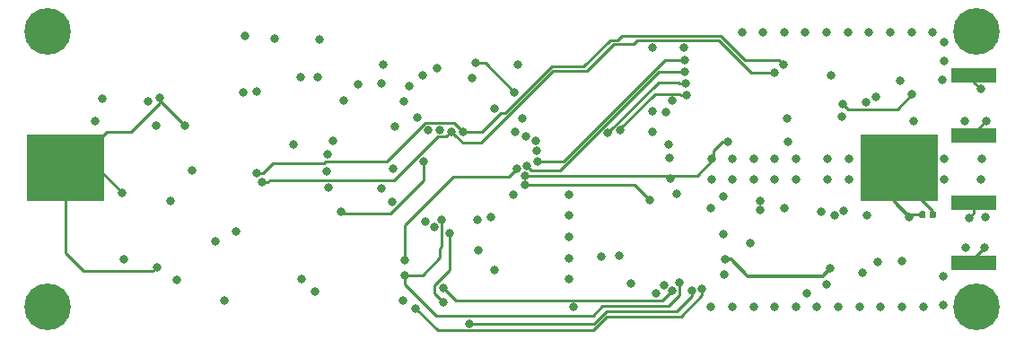
<source format=gbr>
G04 #@! TF.GenerationSoftware,KiCad,Pcbnew,(5.1.5)-3*
G04 #@! TF.CreationDate,2020-05-17T20:07:58+05:30*
G04 #@! TF.ProjectId,ArmTrax,41726d54-7261-4782-9e6b-696361645f70,rev?*
G04 #@! TF.SameCoordinates,Original*
G04 #@! TF.FileFunction,Copper,L4,Bot*
G04 #@! TF.FilePolarity,Positive*
%FSLAX46Y46*%
G04 Gerber Fmt 4.6, Leading zero omitted, Abs format (unit mm)*
G04 Created by KiCad (PCBNEW (5.1.5)-3) date 2020-05-17 20:07:58*
%MOMM*%
%LPD*%
G04 APERTURE LIST*
%ADD10R,7.340000X6.350000*%
%ADD11C,4.400000*%
%ADD12C,0.700000*%
%ADD13C,0.100000*%
%ADD14R,4.200000X1.350000*%
%ADD15C,0.800000*%
%ADD16C,0.250000*%
%ADD17C,0.300000*%
G04 APERTURE END LIST*
D10*
X143130000Y-63600000D03*
X64470000Y-63600000D03*
D11*
X150400000Y-76700000D03*
D12*
X152050000Y-76700000D03*
X151566726Y-77866726D03*
X150400000Y-78350000D03*
X149233274Y-77866726D03*
X148750000Y-76700000D03*
X149233274Y-75533274D03*
X150400000Y-75050000D03*
X151566726Y-75533274D03*
D11*
X150400000Y-50700000D03*
D12*
X152050000Y-50700000D03*
X151566726Y-51866726D03*
X150400000Y-52350000D03*
X149233274Y-51866726D03*
X148750000Y-50700000D03*
X149233274Y-49533274D03*
X150400000Y-49050000D03*
X151566726Y-49533274D03*
D11*
X62800000Y-76700000D03*
D12*
X64450000Y-76700000D03*
X63966726Y-77866726D03*
X62800000Y-78350000D03*
X61633274Y-77866726D03*
X61150000Y-76700000D03*
X61633274Y-75533274D03*
X62800000Y-75050000D03*
X63966726Y-75533274D03*
X63966726Y-49533274D03*
X62800000Y-49050000D03*
X61633274Y-49533274D03*
X61150000Y-50700000D03*
X61633274Y-51866726D03*
X62800000Y-52350000D03*
X63966726Y-51866726D03*
X64450000Y-50700000D03*
D11*
X62800000Y-50700000D03*
G04 #@! TA.AperFunction,SMDPad,CuDef*
D13*
G36*
X145491958Y-67680710D02*
G01*
X145506276Y-67682834D01*
X145520317Y-67686351D01*
X145533946Y-67691228D01*
X145547031Y-67697417D01*
X145559447Y-67704858D01*
X145571073Y-67713481D01*
X145581798Y-67723202D01*
X145591519Y-67733927D01*
X145600142Y-67745553D01*
X145607583Y-67757969D01*
X145613772Y-67771054D01*
X145618649Y-67784683D01*
X145622166Y-67798724D01*
X145624290Y-67813042D01*
X145625000Y-67827500D01*
X145625000Y-68172500D01*
X145624290Y-68186958D01*
X145622166Y-68201276D01*
X145618649Y-68215317D01*
X145613772Y-68228946D01*
X145607583Y-68242031D01*
X145600142Y-68254447D01*
X145591519Y-68266073D01*
X145581798Y-68276798D01*
X145571073Y-68286519D01*
X145559447Y-68295142D01*
X145547031Y-68302583D01*
X145533946Y-68308772D01*
X145520317Y-68313649D01*
X145506276Y-68317166D01*
X145491958Y-68319290D01*
X145477500Y-68320000D01*
X145182500Y-68320000D01*
X145168042Y-68319290D01*
X145153724Y-68317166D01*
X145139683Y-68313649D01*
X145126054Y-68308772D01*
X145112969Y-68302583D01*
X145100553Y-68295142D01*
X145088927Y-68286519D01*
X145078202Y-68276798D01*
X145068481Y-68266073D01*
X145059858Y-68254447D01*
X145052417Y-68242031D01*
X145046228Y-68228946D01*
X145041351Y-68215317D01*
X145037834Y-68201276D01*
X145035710Y-68186958D01*
X145035000Y-68172500D01*
X145035000Y-67827500D01*
X145035710Y-67813042D01*
X145037834Y-67798724D01*
X145041351Y-67784683D01*
X145046228Y-67771054D01*
X145052417Y-67757969D01*
X145059858Y-67745553D01*
X145068481Y-67733927D01*
X145078202Y-67723202D01*
X145088927Y-67713481D01*
X145100553Y-67704858D01*
X145112969Y-67697417D01*
X145126054Y-67691228D01*
X145139683Y-67686351D01*
X145153724Y-67682834D01*
X145168042Y-67680710D01*
X145182500Y-67680000D01*
X145477500Y-67680000D01*
X145491958Y-67680710D01*
G37*
G04 #@! TD.AperFunction*
G04 #@! TA.AperFunction,SMDPad,CuDef*
G36*
X146461958Y-67680710D02*
G01*
X146476276Y-67682834D01*
X146490317Y-67686351D01*
X146503946Y-67691228D01*
X146517031Y-67697417D01*
X146529447Y-67704858D01*
X146541073Y-67713481D01*
X146551798Y-67723202D01*
X146561519Y-67733927D01*
X146570142Y-67745553D01*
X146577583Y-67757969D01*
X146583772Y-67771054D01*
X146588649Y-67784683D01*
X146592166Y-67798724D01*
X146594290Y-67813042D01*
X146595000Y-67827500D01*
X146595000Y-68172500D01*
X146594290Y-68186958D01*
X146592166Y-68201276D01*
X146588649Y-68215317D01*
X146583772Y-68228946D01*
X146577583Y-68242031D01*
X146570142Y-68254447D01*
X146561519Y-68266073D01*
X146551798Y-68276798D01*
X146541073Y-68286519D01*
X146529447Y-68295142D01*
X146517031Y-68302583D01*
X146503946Y-68308772D01*
X146490317Y-68313649D01*
X146476276Y-68317166D01*
X146461958Y-68319290D01*
X146447500Y-68320000D01*
X146152500Y-68320000D01*
X146138042Y-68319290D01*
X146123724Y-68317166D01*
X146109683Y-68313649D01*
X146096054Y-68308772D01*
X146082969Y-68302583D01*
X146070553Y-68295142D01*
X146058927Y-68286519D01*
X146048202Y-68276798D01*
X146038481Y-68266073D01*
X146029858Y-68254447D01*
X146022417Y-68242031D01*
X146016228Y-68228946D01*
X146011351Y-68215317D01*
X146007834Y-68201276D01*
X146005710Y-68186958D01*
X146005000Y-68172500D01*
X146005000Y-67827500D01*
X146005710Y-67813042D01*
X146007834Y-67798724D01*
X146011351Y-67784683D01*
X146016228Y-67771054D01*
X146022417Y-67757969D01*
X146029858Y-67745553D01*
X146038481Y-67733927D01*
X146048202Y-67723202D01*
X146058927Y-67713481D01*
X146070553Y-67704858D01*
X146082969Y-67697417D01*
X146096054Y-67691228D01*
X146109683Y-67686351D01*
X146123724Y-67682834D01*
X146138042Y-67680710D01*
X146152500Y-67680000D01*
X146447500Y-67680000D01*
X146461958Y-67680710D01*
G37*
G04 #@! TD.AperFunction*
D14*
X150200000Y-60525000D03*
X150200000Y-54875000D03*
X150200000Y-72525000D03*
X150200000Y-66875000D03*
D15*
X147400000Y-64700000D03*
X138400000Y-64700000D03*
X136400000Y-64700000D03*
X133400000Y-64700000D03*
X131400000Y-64700000D03*
X129400000Y-64700000D03*
X127400000Y-64700000D03*
X125400000Y-64700000D03*
X121520010Y-64579990D03*
X112000000Y-66100000D03*
X112000000Y-68100000D03*
X112000000Y-70100000D03*
X112000000Y-72100000D03*
X112000000Y-74100000D03*
X112379999Y-76720001D03*
X125379999Y-76720001D03*
X127379999Y-76720001D03*
X129379999Y-76720001D03*
X131379999Y-76720001D03*
X133379999Y-76720001D03*
X135379999Y-76720001D03*
X137379999Y-76720001D03*
X139379999Y-76720001D03*
X141379999Y-76720001D03*
X143379999Y-76720001D03*
X145379999Y-76720001D03*
X147250000Y-76550000D03*
X140400000Y-64700000D03*
X142400000Y-64700000D03*
X145400000Y-64700000D03*
X147400000Y-62700000D03*
X145400000Y-62700000D03*
X142400000Y-62700000D03*
X140400000Y-62700000D03*
X138400000Y-62700000D03*
X136400000Y-62700000D03*
X133400000Y-62700000D03*
X131400000Y-62700000D03*
X129400000Y-62700000D03*
X127400000Y-62700000D03*
X125400000Y-62700000D03*
X121429999Y-62670001D03*
X119879999Y-60220001D03*
X119879999Y-58220001D03*
X119879999Y-52220001D03*
X128279999Y-50820001D03*
X130279999Y-50820001D03*
X132279999Y-50820001D03*
X134279999Y-50820001D03*
X136279999Y-50820001D03*
X138279999Y-50820001D03*
X140279999Y-50820001D03*
X142279999Y-50820001D03*
X144279999Y-50820001D03*
X146279999Y-50820001D03*
X147400000Y-51700000D03*
X147400000Y-53500000D03*
X147300000Y-73800000D03*
X150800000Y-64700000D03*
X150900000Y-62700000D03*
X136700000Y-54850000D03*
X137675000Y-58775000D03*
X132550000Y-58900000D03*
X132600000Y-61100000D03*
X140000000Y-57400000D03*
X140900000Y-56900000D03*
X143200000Y-55400000D03*
X147200000Y-55300000D03*
X149300000Y-59200000D03*
X151300000Y-68200000D03*
X151200000Y-71100000D03*
X149400000Y-71100000D03*
X149700000Y-68300000D03*
X144100000Y-68200000D03*
X141100000Y-72500000D03*
X143400000Y-72400000D03*
X139700000Y-73500000D03*
X136300000Y-74600000D03*
X140100000Y-68100000D03*
X137000000Y-68100000D03*
X135800000Y-67700000D03*
X132300000Y-67400000D03*
X130000000Y-66700000D03*
X130000000Y-67600000D03*
X126500000Y-66300000D03*
X122800000Y-52200000D03*
X121400000Y-61400000D03*
X134400000Y-75400000D03*
X129100000Y-70650000D03*
X126650000Y-73650000D03*
X126518552Y-69876810D03*
X117850000Y-74500000D03*
X115050000Y-71950000D03*
X116750000Y-71900000D03*
X107550000Y-58900000D03*
X106900000Y-60150000D03*
X98150000Y-54900000D03*
X98700000Y-60000000D03*
X94450000Y-53850000D03*
X99500000Y-54150000D03*
X106750000Y-66100000D03*
X95300000Y-66800000D03*
X89750000Y-61000000D03*
X89200000Y-62350000D03*
X89100000Y-63950000D03*
X89300000Y-65450000D03*
X90700000Y-57250000D03*
X92050000Y-55700000D03*
X94300000Y-55650000D03*
X96400000Y-57350000D03*
X103350000Y-68500000D03*
X72250000Y-57350000D03*
X67950000Y-57100000D03*
X73000000Y-59600000D03*
X76400000Y-63800000D03*
X96300000Y-76150000D03*
X104950000Y-73200000D03*
X88300000Y-55000000D03*
X86650000Y-55050000D03*
X81450000Y-51150000D03*
X81250000Y-56450000D03*
X82550000Y-56400000D03*
X75000000Y-74155000D03*
X78600000Y-70550000D03*
X80600000Y-69550000D03*
X86750000Y-74050000D03*
X88000000Y-75300000D03*
X70000000Y-72200000D03*
X74400000Y-66750000D03*
X150850000Y-56150000D03*
X151350000Y-59150000D03*
X67300000Y-59150000D03*
X120961671Y-74677677D03*
X95400000Y-63700000D03*
X121750000Y-57250000D03*
X144500000Y-59200000D03*
X85950000Y-61400000D03*
X122100000Y-66000000D03*
X98300000Y-62950000D03*
X90500000Y-67700000D03*
X137850000Y-67650000D03*
X125350000Y-67350000D03*
X104950000Y-58000000D03*
X102850000Y-55100000D03*
X96900000Y-55900000D03*
X103400000Y-71350000D03*
X88450000Y-51450000D03*
X84200000Y-51400000D03*
X79450000Y-76100000D03*
X94250000Y-65550000D03*
X121150000Y-58300000D03*
X104650000Y-68250000D03*
X97650000Y-58850000D03*
X95550000Y-59700000D03*
X120200000Y-75450000D03*
X73100000Y-72950000D03*
X69850000Y-65950000D03*
X73350000Y-56950000D03*
X75700000Y-59600000D03*
X122900000Y-53400000D03*
X109050000Y-62950000D03*
X122900000Y-54500000D03*
X108000000Y-63400000D03*
X107150000Y-53800000D03*
X103200000Y-53700000D03*
X107900000Y-60600000D03*
X106850000Y-56450000D03*
X132200000Y-53800000D03*
X101950000Y-60150000D03*
X82550000Y-64050000D03*
X131400000Y-54600000D03*
X100850000Y-60150000D03*
X83050000Y-64900000D03*
X127000000Y-61100000D03*
X107840118Y-64306003D03*
X99800000Y-60000000D03*
X107050000Y-63650000D03*
X96450000Y-72300000D03*
X123000000Y-55600000D03*
X108900000Y-62000000D03*
X115650000Y-60300000D03*
X123100000Y-56700000D03*
X108850000Y-61000000D03*
X116831084Y-60031084D03*
X119581388Y-66645000D03*
X107851567Y-65225934D03*
X100150000Y-76250000D03*
X123550000Y-75150000D03*
X102600000Y-78300000D03*
X100700000Y-69800000D03*
X122378973Y-74413182D03*
X99995000Y-68516168D03*
X96450000Y-73700000D03*
X99300000Y-69200000D03*
X100150000Y-74950000D03*
X121754990Y-75143581D03*
X98450000Y-68650000D03*
X124550000Y-75050000D03*
X97500000Y-76850000D03*
X126700000Y-72250000D03*
X136650000Y-73100000D03*
X144350000Y-56650000D03*
X137800000Y-57550000D03*
D16*
X150200000Y-72525000D02*
X150200000Y-72100000D01*
X150200000Y-72100000D02*
X151200000Y-71100000D01*
X150200000Y-66875000D02*
X150200000Y-67800000D01*
X150200000Y-67800000D02*
X149700000Y-68300000D01*
X145330000Y-68000000D02*
X144300000Y-68000000D01*
X144300000Y-68000000D02*
X144100000Y-68200000D01*
X150200000Y-54875000D02*
X150200000Y-55500000D01*
X150200000Y-55500000D02*
X150850000Y-56150000D01*
X150200000Y-60525000D02*
X150200000Y-60300000D01*
X150200000Y-60300000D02*
X151350000Y-59150000D01*
D17*
X142734990Y-63436382D02*
X142850686Y-63320686D01*
X144100000Y-68200000D02*
X142734990Y-66834990D01*
X142734990Y-66834990D02*
X142734990Y-63436382D01*
D16*
X90700000Y-67900000D02*
X90500000Y-67700000D01*
X98300000Y-64750000D02*
X96350000Y-66700000D01*
X98300000Y-62950000D02*
X98300000Y-64750000D01*
X96350000Y-66700000D02*
X96350000Y-66704602D01*
X96350000Y-66704602D02*
X95154602Y-67900000D01*
X95154602Y-67900000D02*
X90700000Y-67900000D01*
X64470000Y-71620000D02*
X64470000Y-63600000D01*
X73100000Y-72950000D02*
X72700001Y-73349999D01*
X66199999Y-73349999D02*
X64470000Y-71620000D01*
X72700001Y-73349999D02*
X66199999Y-73349999D01*
X67500000Y-63600000D02*
X64470000Y-63600000D01*
X69850000Y-65950000D02*
X67500000Y-63600000D01*
X70690685Y-60175000D02*
X68390000Y-60175000D01*
X73350000Y-57515685D02*
X70690685Y-60175000D01*
X64965000Y-63600000D02*
X64470000Y-63600000D01*
X68390000Y-60175000D02*
X64965000Y-63600000D01*
X73350000Y-56950000D02*
X73350000Y-57515685D01*
X73350000Y-57250000D02*
X73350000Y-56950000D01*
X75700000Y-59600000D02*
X73350000Y-57250000D01*
X122900000Y-53400000D02*
X121050000Y-53400000D01*
X111500000Y-62950000D02*
X109050000Y-62950000D01*
X121050000Y-53400000D02*
X111500000Y-62950000D01*
X122900000Y-54500000D02*
X120473272Y-54500000D01*
X111173273Y-63799999D02*
X108399999Y-63799999D01*
X108399999Y-63799999D02*
X108000000Y-63400000D01*
X120473272Y-54500000D02*
X111173273Y-63799999D01*
X103200000Y-53700000D02*
X104100000Y-53700000D01*
X104100000Y-53700000D02*
X106850000Y-56450000D01*
X103754602Y-60150000D02*
X102515685Y-60150000D01*
X126250000Y-51100000D02*
X117000000Y-51100000D01*
X128550001Y-53400001D02*
X126250000Y-51100000D01*
X117000000Y-51100000D02*
X116570010Y-51529990D01*
X132200000Y-53800000D02*
X131800001Y-53400001D01*
X102515685Y-60150000D02*
X101950000Y-60150000D01*
X131800001Y-53400001D02*
X128550001Y-53400001D01*
X116570010Y-51529990D02*
X115870010Y-51529990D01*
X115870010Y-51529990D02*
X113350000Y-54050000D01*
X113350000Y-54050000D02*
X110350000Y-54050000D01*
X106000000Y-58400000D02*
X105504602Y-58400000D01*
X110350000Y-54050000D02*
X106000000Y-58400000D01*
X105504602Y-58400000D02*
X103754602Y-60150000D01*
X83115685Y-64050000D02*
X84015685Y-63150000D01*
X82550000Y-64050000D02*
X83115685Y-64050000D01*
X101550001Y-59750001D02*
X101950000Y-60150000D01*
X101154999Y-59354999D02*
X101550001Y-59750001D01*
X98390399Y-59354999D02*
X101154999Y-59354999D01*
X94750397Y-62995001D02*
X98390399Y-59354999D01*
X89004999Y-62995001D02*
X94750397Y-62995001D01*
X88850000Y-63150000D02*
X89004999Y-62995001D01*
X84015685Y-63150000D02*
X88850000Y-63150000D01*
X126104999Y-51554999D02*
X118445001Y-51554999D01*
X101950000Y-61250000D02*
X101249999Y-60549999D01*
X101249999Y-60549999D02*
X100850000Y-60150000D01*
X118445001Y-51554999D02*
X118100000Y-51900000D01*
X131400000Y-54600000D02*
X129150000Y-54600000D01*
X113654999Y-54445001D02*
X110478273Y-54445001D01*
X129150000Y-54600000D02*
X126104999Y-51554999D01*
X118100000Y-51900000D02*
X116199999Y-51900001D01*
X103673274Y-61250000D02*
X101950000Y-61250000D01*
X110478273Y-54445001D02*
X103673274Y-61250000D01*
X116199999Y-51900001D02*
X113654999Y-54445001D01*
X100450001Y-60549999D02*
X100850000Y-60150000D01*
X100354999Y-60645001D02*
X100450001Y-60549999D01*
X99650397Y-60645001D02*
X100354999Y-60645001D01*
X95490399Y-64804999D02*
X99650397Y-60645001D01*
X83710686Y-64804999D02*
X95490399Y-64804999D01*
X83615685Y-64900000D02*
X83710686Y-64804999D01*
X83050000Y-64900000D02*
X83615685Y-64900000D01*
X126434315Y-61100000D02*
X125584315Y-61950000D01*
X127000000Y-61100000D02*
X126434315Y-61100000D01*
X107840118Y-64306003D02*
X124043997Y-64306003D01*
X125584315Y-62765685D02*
X125584315Y-61950000D01*
X124043997Y-64306003D02*
X125584315Y-62765685D01*
X96450000Y-72300000D02*
X96450000Y-69000000D01*
X96450000Y-69000000D02*
X101050000Y-64400000D01*
X106300000Y-64400000D02*
X107050000Y-63650000D01*
X101050000Y-64400000D02*
X106300000Y-64400000D01*
X122434315Y-55600000D02*
X122334315Y-55500000D01*
X123000000Y-55600000D02*
X122434315Y-55600000D01*
X122334315Y-55500000D02*
X120450000Y-55500000D01*
X120450000Y-55500000D02*
X115650000Y-60300000D01*
X122534315Y-56700000D02*
X122434315Y-56600000D01*
X123100000Y-56700000D02*
X122534315Y-56700000D01*
X122434315Y-56600000D02*
X120100000Y-56600000D01*
X120100000Y-56600000D02*
X116750000Y-59950000D01*
X116750000Y-59950000D02*
X116831084Y-60031084D01*
X118162322Y-65225934D02*
X119581388Y-66645000D01*
X107851567Y-65225934D02*
X118162322Y-65225934D01*
X123550000Y-75715685D02*
X122115685Y-77150000D01*
X123550000Y-75150000D02*
X123550000Y-75715685D01*
X122115685Y-77150000D02*
X115500000Y-77150000D01*
X115500000Y-77150000D02*
X114350000Y-78300000D01*
X114350000Y-78300000D02*
X102600000Y-78300000D01*
X100150000Y-76250000D02*
X99300000Y-75400000D01*
X100700000Y-70365685D02*
X100700000Y-69800000D01*
X99300000Y-74650000D02*
X100700000Y-73250000D01*
X100700000Y-73250000D02*
X100700000Y-70365685D01*
X99300000Y-75400000D02*
X99300000Y-74650000D01*
X96450000Y-74550000D02*
X96450000Y-73700000D01*
X99450000Y-77550000D02*
X96450000Y-74550000D01*
X114250000Y-77550000D02*
X99450000Y-77550000D01*
X122400000Y-74434209D02*
X122400000Y-75600000D01*
X122378973Y-74413182D02*
X122400000Y-74434209D01*
X122400000Y-75600000D02*
X121350000Y-76650000D01*
X121350000Y-76650000D02*
X115150000Y-76650000D01*
X115150000Y-76650000D02*
X114250000Y-77550000D01*
X96450000Y-73700000D02*
X98150000Y-73700000D01*
X98150000Y-73700000D02*
X99800000Y-72050000D01*
X99800000Y-72050000D02*
X99800000Y-71200000D01*
X99995000Y-71005000D02*
X99995000Y-68516168D01*
X99800000Y-71200000D02*
X99995000Y-71005000D01*
X101345001Y-76145001D02*
X120753570Y-76145001D01*
X121354991Y-75543580D02*
X121754990Y-75143581D01*
X120753570Y-76145001D02*
X121354991Y-75543580D01*
X100150000Y-74950000D02*
X101345001Y-76145001D01*
X124550000Y-75615685D02*
X122565685Y-77600000D01*
X124550000Y-75050000D02*
X124550000Y-75615685D01*
X115573272Y-77600000D02*
X114503263Y-78670009D01*
X122565685Y-77600000D02*
X115573272Y-77600000D01*
X99595001Y-78945001D02*
X97500000Y-76850000D01*
X114503263Y-78670009D02*
X114228271Y-78945001D01*
X114228271Y-78945001D02*
X99595001Y-78945001D01*
X143130000Y-64510000D02*
X143130000Y-63600000D01*
X146300000Y-67680000D02*
X143130000Y-64510000D01*
X146300000Y-68000000D02*
X146300000Y-67680000D01*
D17*
X127265685Y-72250000D02*
X128815685Y-73800000D01*
X126700000Y-72250000D02*
X127265685Y-72250000D01*
X128815685Y-73800000D02*
X135950000Y-73800000D01*
X135950000Y-73800000D02*
X136650000Y-73100000D01*
D16*
X138295001Y-58045001D02*
X137800000Y-57550000D01*
X144350000Y-56650000D02*
X142954999Y-58045001D01*
X142954999Y-58045001D02*
X138295001Y-58045001D01*
M02*

</source>
